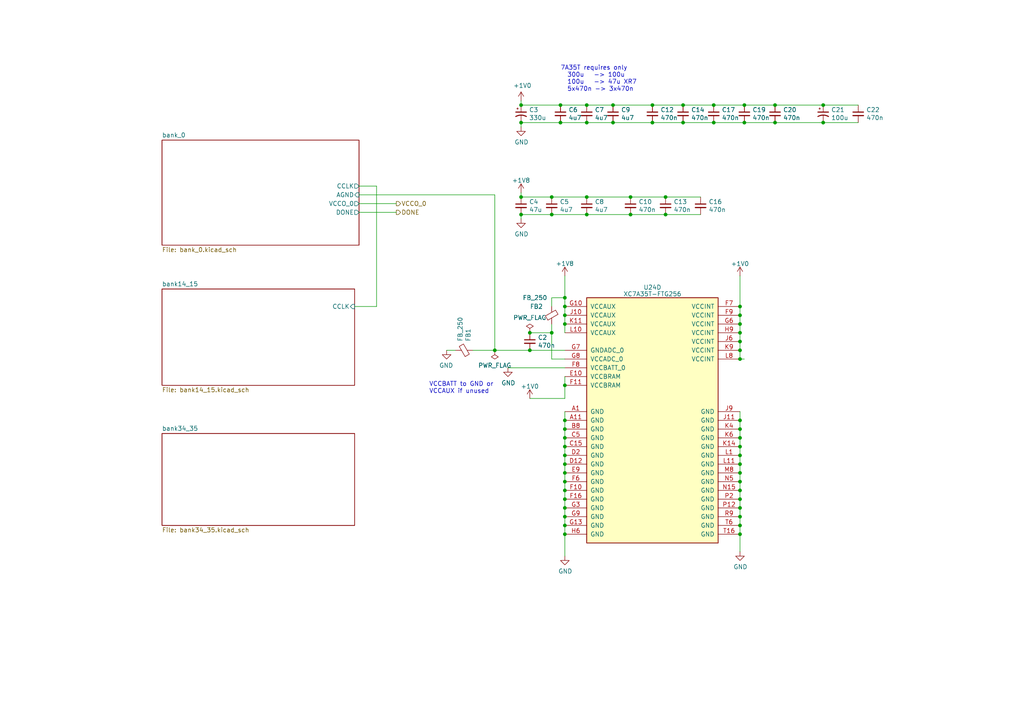
<source format=kicad_sch>
(kicad_sch (version 20230121) (generator eeschema)
  (paper "A4")
  (lib_symbols
    (symbol "Device:C_Polarized_Small_US" (pin_numbers hide) (pin_names (offset 0.254) hide)
      (property "Reference" "C" (at 0.254 1.778 0))
      (property "Value" "C_Polarized_Small_US" (at 0.254 -2.032 0))
      (symbol "C_Polarized_Small_US_0_1"
        (polyline (pts (xy -1.524 0.508) (xy 1.524 0.508)) (stroke (width 0.3048)))
        (polyline (pts (xy -1.27 1.524) (xy -0.762 1.524)))
        (polyline (pts (xy -1.016 1.27) (xy -1.016 1.778)))
        (arc (start 1.524 -0.762) (mid 0 -0.3734) (end -1.524 -0.762) (stroke (width 0.3048)))
      )
      (symbol "C_Polarized_Small_US_1_1"
        (pin passive line (at 0 2.54 270) (length 2.032) (name "~") (number "1"))
        (pin passive line (at 0 -2.54 90) (length 2.032) (name "~") (number "2"))
      )
    )
    (symbol "Device:C_Small" (pin_numbers hide) (pin_names (offset 0.254) hide)
      (property "Reference" "C" (at 0.254 1.778 0))
      (property "Value" "C_Small" (at 0.254 -2.032 0))
      (symbol "C_Small_0_1"
        (polyline (pts (xy -1.524 -0.508) (xy 1.524 -0.508)) (stroke (width 0.3302)))
        (polyline (pts (xy -1.524 0.508) (xy 1.524 0.508)) (stroke (width 0.3048)))
      )
      (symbol "C_Small_1_1"
        (pin passive line (at 0 2.54 270) (length 2.032) (name "~") (number "1"))
        (pin passive line (at 0 -2.54 90) (length 2.032) (name "~") (number "2"))
      )
    )
    (symbol "Device:FerriteBead_Small" (pin_numbers hide) (pin_names (offset 0))
      (property "Reference" "FB" (at 1.905 1.27 0))
      (property "Value" "FerriteBead_Small" (at 1.905 -1.27 0))
      (symbol "FerriteBead_Small_0_1"
        (polyline (pts (xy 0 -1.27) (xy 0 -0.7874)))
        (polyline (pts (xy 0 0.889) (xy 0 1.2954)))
        (polyline (pts (xy -1.8288 0.2794) (xy -1.1176 1.4986) (xy 1.8288 -0.2032) (xy 1.1176 -1.4224) (xy -1.8288 0.2794)))
      )
      (symbol "FerriteBead_Small_1_1"
        (pin passive line (at 0 2.54 270) (length 1.27) (name "~") (number "1"))
        (pin passive line (at 0 -2.54 90) (length 1.27) (name "~") (number "2"))
      )
    )
    (symbol "FPGA_Xilinx_Artix7:XC7A35T-FTG256" (pin_names (offset 1.016))
      (property "Reference" "U" (at 0 1.27 0))
      (property "Value" "XC7A35T-FTG256" (at 0 -1.27 0))
      (symbol "XC7A35T-FTG256_1_1"
        (rectangle (start -44.45 67.31) (end 44.45 -73.66) (stroke (width 0.254)) (fill (type background)))
        (pin bidirectional line (at 50.8 38.1 180) (length 6.35) (name "IO_L3N_T0_DQS_AD1N_15") (number "A10"))
        (pin bidirectional line (at 50.8 27.94 180) (length 6.35) (name "IO_L5N_T0_AD9N_15") (number "A12"))
        (pin bidirectional line (at 50.8 20.32 180) (length 6.35) (name "IO_L7P_T1_AD2P_15") (number "A13"))
        (pin bidirectional line (at 50.8 17.78 180) (length 6.35) (name "IO_L7N_T1_AD2N_15") (number "A14"))
        (pin bidirectional line (at 50.8 7.62 180) (length 6.35) (name "IO_L9N_T1_DQS_AD3N_15") (number "A15"))
        (pin power_in line (at 27.94 73.66 270) (length 6.35) (name "VCCO_15") (number "A16"))
        (pin bidirectional line (at 50.8 45.72 180) (length 6.35) (name "IO_L2P_T0_AD8P_15") (number "A8"))
        (pin bidirectional line (at 50.8 43.18 180) (length 6.35) (name "IO_L2N_T0_AD8N_15") (number "A9"))
        (pin bidirectional line (at 50.8 35.56 180) (length 6.35) (name "IO_L4P_T0_15") (number "B10"))
        (pin bidirectional line (at 50.8 33.02 180) (length 6.35) (name "IO_L4N_T0_15") (number "B11"))
        (pin bidirectional line (at 50.8 30.48 180) (length 6.35) (name "IO_L5P_T0_AD9P_15") (number "B12"))
        (pin power_in line (at 30.48 73.66 270) (length 6.35) (name "VCCO_15") (number "B13"))
        (pin bidirectional line (at 50.8 12.7 180) (length 6.35) (name "IO_L8N_T1_AD10N_15") (number "B14"))
        (pin bidirectional line (at 50.8 10.16 180) (length 6.35) (name "IO_L9P_T1_DQS_AD3P_15") (number "B15"))
        (pin bidirectional line (at 50.8 2.54 180) (length 6.35) (name "IO_L10N_T1_AD11N_15") (number "B16"))
        (pin bidirectional line (at 50.8 40.64 180) (length 6.35) (name "IO_L3P_T0_DQS_AD1P_15") (number "B9"))
        (pin power_in line (at 33.02 73.66 270) (length 6.35) (name "VCCO_15") (number "C10"))
        (pin bidirectional line (at 50.8 0 180) (length 6.35) (name "IO_L11P_T1_SRCC_15") (number "C11"))
        (pin bidirectional line (at 50.8 -2.54 180) (length 6.35) (name "IO_L11N_T1_SRCC_15") (number "C12"))
        (pin bidirectional line (at 50.8 -7.62 180) (length 6.35) (name "IO_L12N_T1_MRCC_15") (number "C13"))
        (pin bidirectional line (at 50.8 15.24 180) (length 6.35) (name "IO_L8P_T1_AD10P_15") (number "C14"))
        (pin bidirectional line (at 50.8 5.08 180) (length 6.35) (name "IO_L10P_T1_AD11P_15") (number "C16"))
        (pin bidirectional line (at 50.8 50.8 180) (length 6.35) (name "IO_L1P_T0_AD0P_15") (number "C8"))
        (pin bidirectional line (at 50.8 48.26 180) (length 6.35) (name "IO_L1N_T0_AD0N_15") (number "C9"))
        (pin bidirectional line (at 50.8 53.34 180) (length 6.35) (name "IO_0_15") (number "D10"))
        (pin bidirectional line (at 50.8 -17.78 180) (length 6.35) (name "IO_L14N_T2_SRCC_15") (number "D11"))
        (pin bidirectional line (at 50.8 -5.08 180) (length 6.35) (name "IO_L12P_T1_MRCC_15") (number "D13"))
        (pin bidirectional line (at 50.8 -20.32 180) (length 6.35) (name "IO_L15P_T2_DQS_15") (number "D14"))
        (pin bidirectional line (at 50.8 -22.86 180) (length 6.35) (name "IO_L15N_T2_DQS_ADV_B_15") (number "D15"))
        (pin bidirectional line (at 50.8 -33.02 180) (length 6.35) (name "IO_L17N_T2_A25_15") (number "D16"))
        (pin bidirectional line (at 50.8 25.4 180) (length 6.35) (name "IO_L6P_T0_15") (number "D8"))
        (pin bidirectional line (at 50.8 22.86 180) (length 6.35) (name "IO_L6N_T0_VREF_15") (number "D9"))
        (pin bidirectional line (at 50.8 -15.24 180) (length 6.35) (name "IO_L14P_T2_SRCC_15") (number "E11"))
        (pin bidirectional line (at 50.8 -10.16 180) (length 6.35) (name "IO_L13P_T2_MRCC_15") (number "E12"))
        (pin bidirectional line (at 50.8 -12.7 180) (length 6.35) (name "IO_L13N_T2_MRCC_15") (number "E13"))
        (pin power_in line (at 35.56 73.66 270) (length 6.35) (name "VCCO_15") (number "E14"))
        (pin bidirectional line (at 50.8 -38.1 180) (length 6.35) (name "IO_L18N_T2_A23_15") (number "E15"))
        (pin bidirectional line (at 50.8 -30.48 180) (length 6.35) (name "IO_L17P_T2_A26_15") (number "E16"))
        (pin bidirectional line (at 50.8 -25.4 180) (length 6.35) (name "IO_L16P_T2_A28_15") (number "F12"))
        (pin bidirectional line (at 50.8 -27.94 180) (length 6.35) (name "IO_L16N_T2_A27_15") (number "F13"))
        (pin bidirectional line (at 50.8 -53.34 180) (length 6.35) (name "IO_L21N_T3_DQS_A18_15") (number "F14"))
        (pin bidirectional line (at 50.8 -35.56 180) (length 6.35) (name "IO_L18P_T2_A24_15") (number "F15"))
        (pin bidirectional line (at 50.8 -71.12 180) (length 6.35) (name "IO_25_15") (number "G11"))
        (pin bidirectional line (at 50.8 -43.18 180) (length 6.35) (name "IO_L19N_T3_A21_VREF_15") (number "G12"))
        (pin bidirectional line (at 50.8 -50.8 180) (length 6.35) (name "IO_L21P_T3_DQS_15") (number "G14"))
        (pin bidirectional line (at 50.8 -68.58 180) (length 6.35) (name "IO_L24N_T3_RS0_15") (number "G15"))
        (pin bidirectional line (at 50.8 -58.42 180) (length 6.35) (name "IO_L22N_T3_A16_15") (number "G16"))
        (pin bidirectional line (at 50.8 -40.64 180) (length 6.35) (name "IO_L19P_T3_A22_15") (number "H11"))
        (pin bidirectional line (at 50.8 -45.72 180) (length 6.35) (name "IO_L20P_T3_A20_15") (number "H12"))
        (pin bidirectional line (at 50.8 -48.26 180) (length 6.35) (name "IO_L20N_T3_A19_15") (number "H13"))
        (pin bidirectional line (at 50.8 -66.04 180) (length 6.35) (name "IO_L24P_T3_RS1_15") (number "H14"))
        (pin power_in line (at 38.1 73.66 270) (length 6.35) (name "VCCO_15") (number "H15"))
        (pin bidirectional line (at 50.8 -55.88 180) (length 6.35) (name "IO_L22P_T3_A17_15") (number "H16"))
        (pin power_in line (at 40.64 73.66 270) (length 6.35) (name "VCCO_15") (number "J12"))
        (pin bidirectional line (at -50.8 50.8 0) (length 6.35) (name "IO_L1P_T0_D00_MOSI_14") (number "J13"))
        (pin bidirectional line (at -50.8 48.26 0) (length 6.35) (name "IO_L1N_T0_D01_DIN_14") (number "J14"))
        (pin bidirectional line (at 50.8 -60.96 180) (length 6.35) (name "IO_L23P_T3_FOE_B_15") (number "J15"))
        (pin bidirectional line (at 50.8 -63.5 180) (length 6.35) (name "IO_L23N_T3_FWE_B_15") (number "J16"))
        (pin bidirectional line (at -50.8 53.34 0) (length 6.35) (name "IO_0_14") (number "K12"))
        (pin bidirectional line (at -50.8 30.48 0) (length 6.35) (name "IO_L5P_T0_D06_14") (number "K13"))
        (pin bidirectional line (at -50.8 45.72 0) (length 6.35) (name "IO_L2P_T0_D02_14") (number "K15"))
        (pin bidirectional line (at -50.8 43.18 0) (length 6.35) (name "IO_L2N_T0_D03_14") (number "K16"))
        (pin bidirectional line (at -50.8 25.4 0) (length 6.35) (name "IO_L6P_T0_FCS_B_14") (number "L12"))
        (pin bidirectional line (at -50.8 27.94 0) (length 6.35) (name "IO_L5N_T0_D07_14") (number "L13"))
        (pin bidirectional line (at -50.8 35.56 0) (length 6.35) (name "IO_L4P_T0_D04_14") (number "L14"))
        (pin bidirectional line (at -50.8 40.64 0) (length 6.35) (name "IO_L3P_T0_DQS_PUDC_B_14") (number "L15"))
        (pin power_in line (at -40.64 73.66 270) (length 6.35) (name "VCCO_14") (number "L16"))
        (pin bidirectional line (at -50.8 22.86 0) (length 6.35) (name "IO_L6N_T0_D08_VREF_14") (number "M12"))
        (pin power_in line (at -38.1 73.66 270) (length 6.35) (name "VCCO_14") (number "M13"))
        (pin bidirectional line (at -50.8 33.02 0) (length 6.35) (name "IO_L4N_T0_D05_14") (number "M14"))
        (pin bidirectional line (at -50.8 38.1 0) (length 6.35) (name "IO_L3N_T0_DQS_EMCCLK_14") (number "M15"))
        (pin bidirectional line (at -50.8 20.32 0) (length 6.35) (name "IO_L7P_T1_D09_14") (number "M16"))
        (pin bidirectional line (at -50.8 -40.64 0) (length 6.35) (name "IO_L19P_T3_A10_D26_14") (number "M6"))
        (pin power_in line (at -35.56 73.66 270) (length 6.35) (name "VCCO_14") (number "N10"))
        (pin bidirectional line (at -50.8 -10.16 0) (length 6.35) (name "IO_L13P_T2_MRCC_14") (number "N11"))
        (pin bidirectional line (at -50.8 -12.7 0) (length 6.35) (name "IO_L13N_T2_MRCC_14") (number "N12"))
        (pin bidirectional line (at -50.8 0 0) (length 6.35) (name "IO_L11P_T1_SRCC_14") (number "N13"))
        (pin bidirectional line (at -50.8 -5.08 0) (length 6.35) (name "IO_L12P_T1_MRCC_14") (number "N14"))
        (pin bidirectional line (at -50.8 17.78 0) (length 6.35) (name "IO_L7N_T1_D10_14") (number "N16"))
        (pin bidirectional line (at -50.8 -43.18 0) (length 6.35) (name "IO_L19N_T3_A09_D25_VREF_14") (number "N6"))
        (pin bidirectional line (at -50.8 -35.56 0) (length 6.35) (name "IO_L18P_T2_A12_D28_14") (number "N9"))
        (pin bidirectional line (at -50.8 -15.24 0) (length 6.35) (name "IO_L14P_T2_SRCC_14") (number "P10"))
        (pin bidirectional line (at -50.8 -17.78 0) (length 6.35) (name "IO_L14N_T2_SRCC_14") (number "P11"))
        (pin bidirectional line (at -50.8 -2.54 0) (length 6.35) (name "IO_L11N_T1_SRCC_14") (number "P13"))
        (pin bidirectional line (at -50.8 -7.62 0) (length 6.35) (name "IO_L12N_T1_MRCC_14") (number "P14"))
        (pin bidirectional line (at -50.8 15.24 0) (length 6.35) (name "IO_L8P_T1_D11_14") (number "P15"))
        (pin bidirectional line (at -50.8 12.7 0) (length 6.35) (name "IO_L8N_T1_D12_14") (number "P16"))
        (pin bidirectional line (at -50.8 -71.12 0) (length 6.35) (name "IO_25_14") (number "P6"))
        (pin power_in line (at -33.02 73.66 270) (length 6.35) (name "VCCO_14") (number "P7"))
        (pin bidirectional line (at -50.8 -45.72 0) (length 6.35) (name "IO_L20P_T3_A08_D24_14") (number "P8"))
        (pin bidirectional line (at -50.8 -38.1 0) (length 6.35) (name "IO_L18N_T2_A11_D27_14") (number "P9"))
        (pin bidirectional line (at -50.8 -30.48 0) (length 6.35) (name "IO_L17P_T2_A14_D30_14") (number "R10"))
        (pin bidirectional line (at -50.8 -33.02 0) (length 6.35) (name "IO_L17N_T2_A13_D29_14") (number "R11"))
        (pin bidirectional line (at -50.8 -20.32 0) (length 6.35) (name "IO_L15P_T2_DQS_RDWR_B_14") (number "R12"))
        (pin bidirectional line (at -50.8 -25.4 0) (length 6.35) (name "IO_L16P_T2_CSI_B_14") (number "R13"))
        (pin power_in line (at -30.48 73.66 270) (length 6.35) (name "VCCO_14") (number "R14"))
        (pin bidirectional line (at -50.8 10.16 0) (length 6.35) (name "IO_L9P_T1_DQS_14") (number "R15"))
        (pin bidirectional line (at -50.8 7.62 0) (length 6.35) (name "IO_L9N_T1_DQS_D13_14") (number "R16"))
        (pin bidirectional line (at -50.8 -60.96 0) (length 6.35) (name "IO_L23P_T3_A03_D19_14") (number "R5"))
        (pin bidirectional line (at -50.8 -66.04 0) (length 6.35) (name "IO_L24P_T3_A01_D17_14") (number "R6"))
        (pin bidirectional line (at -50.8 -68.58 0) (length 6.35) (name "IO_L24N_T3_A00_D16_14") (number "R7"))
        (pin bidirectional line (at -50.8 -48.26 0) (length 6.35) (name "IO_L20N_T3_A07_D23_14") (number "R8"))
        (pin bidirectional line (at -50.8 -58.42 0) (length 6.35) (name "IO_L22N_T3_A04_D20_14") (number "T10"))
        (pin power_in line (at -27.94 73.66 270) (length 6.35) (name "VCCO_14") (number "T11"))
        (pin bidirectional line (at -50.8 -22.86 0) (length 6.35) (name "IO_L15N_T2_DQS_DOUT_CSO_B_14") (number "T12"))
        (pin bidirectional line (at -50.8 -27.94 0) (length 6.35) (name "IO_L16N_T2_A15_D31_14") (number "T13"))
        (pin bidirectional line (at -50.8 5.08 0) (length 6.35) (name "IO_L10P_T1_D14_14") (number "T14"))
        (pin bidirectional line (at -50.8 2.54 0) (length 6.35) (name "IO_L10N_T1_D15_14") (number "T15"))
        (pin bidirectional line (at -50.8 -63.5 0) (length 6.35) (name "IO_L23N_T3_A02_D18_14") (number "T5"))
        (pin bidirectional line (at -50.8 -50.8 0) (length 6.35) (name "IO_L21P_T3_DQS_14") (number "T7"))
        (pin bidirectional line (at -50.8 -53.34 0) (length 6.35) (name "IO_L21N_T3_DQS_A06_D22_14") (number "T8"))
        (pin bidirectional line (at -50.8 -55.88 0) (length 6.35) (name "IO_L22P_T3_A05_D21_14") (number "T9"))
      )
      (symbol "XC7A35T-FTG256_2_1"
        (rectangle (start -44.45 67.31) (end 44.45 -73.66) (stroke (width 0.254)) (fill (type background)))
        (pin bidirectional line (at 50.8 12.7 180) (length 6.35) (name "IO_L8N_T1_AD14N_35") (number "A2"))
        (pin bidirectional line (at 50.8 33.02 180) (length 6.35) (name "IO_L4N_T0_35") (number "A3"))
        (pin bidirectional line (at 50.8 38.1 180) (length 6.35) (name "IO_L3N_T0_DQS_AD5N_35") (number "A4"))
        (pin bidirectional line (at 50.8 40.64 180) (length 6.35) (name "IO_L3P_T0_DQS_AD5P_35") (number "A5"))
        (pin power_in line (at 27.94 73.66 270) (length 6.35) (name "VCCO_35") (number "A6"))
        (pin bidirectional line (at 50.8 48.26 180) (length 6.35) (name "IO_L1N_T0_AD4N_35") (number "A7"))
        (pin bidirectional line (at 50.8 7.62 180) (length 6.35) (name "IO_L9N_T1_DQS_AD7N_35") (number "B1"))
        (pin bidirectional line (at 50.8 15.24 180) (length 6.35) (name "IO_L8P_T1_AD14P_35") (number "B2"))
        (pin power_in line (at 30.48 73.66 270) (length 6.35) (name "VCCO_35") (number "B3"))
        (pin bidirectional line (at 50.8 35.56 180) (length 6.35) (name "IO_L4P_T0_35") (number "B4"))
        (pin bidirectional line (at 50.8 43.18 180) (length 6.35) (name "IO_L2N_T0_AD12N_35") (number "B5"))
        (pin bidirectional line (at 50.8 45.72 180) (length 6.35) (name "IO_L2P_T0_AD12P_35") (number "B6"))
        (pin bidirectional line (at 50.8 50.8 180) (length 6.35) (name "IO_L1P_T0_AD4P_35") (number "B7"))
        (pin bidirectional line (at 50.8 10.16 180) (length 6.35) (name "IO_L9P_T1_DQS_AD7P_35") (number "C1"))
        (pin bidirectional line (at 50.8 17.78 180) (length 6.35) (name "IO_L7N_T1_AD6N_35") (number "C2"))
        (pin bidirectional line (at 50.8 20.32 180) (length 6.35) (name "IO_L7P_T1_AD6P_35") (number "C3"))
        (pin bidirectional line (at 50.8 -7.62 180) (length 6.35) (name "IO_L12N_T1_MRCC_35") (number "C4"))
        (pin bidirectional line (at 50.8 27.94 180) (length 6.35) (name "IO_L5N_T0_AD13N_35") (number "C6"))
        (pin bidirectional line (at 50.8 30.48 180) (length 6.35) (name "IO_L5P_T0_AD13P_35") (number "C7"))
        (pin bidirectional line (at 50.8 2.54 180) (length 6.35) (name "IO_L10N_T1_AD15N_35") (number "D1"))
        (pin bidirectional line (at 50.8 -2.54 180) (length 6.35) (name "IO_L11N_T1_SRCC_35") (number "D3"))
        (pin bidirectional line (at 50.8 -5.08 180) (length 6.35) (name "IO_L12P_T1_MRCC_35") (number "D4"))
        (pin bidirectional line (at 50.8 22.86 180) (length 6.35) (name "IO_L6N_T0_VREF_35") (number "D5"))
        (pin bidirectional line (at 50.8 25.4 180) (length 6.35) (name "IO_L6P_T0_35") (number "D6"))
        (pin power_in line (at 33.02 73.66 270) (length 6.35) (name "VCCO_35") (number "D7"))
        (pin bidirectional line (at 50.8 -22.86 180) (length 6.35) (name "IO_L15N_T2_DQS_35") (number "E1"))
        (pin bidirectional line (at 50.8 5.08 180) (length 6.35) (name "IO_L10P_T1_AD15P_35") (number "E2"))
        (pin bidirectional line (at 50.8 0 180) (length 6.35) (name "IO_L11P_T1_SRCC_35") (number "E3"))
        (pin power_in line (at 35.56 73.66 270) (length 6.35) (name "VCCO_35") (number "E4"))
        (pin bidirectional line (at 50.8 -12.7 180) (length 6.35) (name "IO_L13N_T2_MRCC_35") (number "E5"))
        (pin bidirectional line (at 50.8 53.34 180) (length 6.35) (name "IO_0_35") (number "E6"))
        (pin power_in line (at 38.1 73.66 270) (length 6.35) (name "VCCO_35") (number "F1"))
        (pin bidirectional line (at 50.8 -20.32 180) (length 6.35) (name "IO_L15P_T2_DQS_35") (number "F2"))
        (pin bidirectional line (at 50.8 -17.78 180) (length 6.35) (name "IO_L14N_T2_SRCC_35") (number "F3"))
        (pin bidirectional line (at 50.8 -15.24 180) (length 6.35) (name "IO_L14P_T2_SRCC_35") (number "F4"))
        (pin bidirectional line (at 50.8 -10.16 180) (length 6.35) (name "IO_L13P_T2_MRCC_35") (number "F5"))
        (pin bidirectional line (at 50.8 -33.02 180) (length 6.35) (name "IO_L17N_T2_35") (number "G1"))
        (pin bidirectional line (at 50.8 -30.48 180) (length 6.35) (name "IO_L17P_T2_35") (number "G2"))
        (pin bidirectional line (at 50.8 -27.94 180) (length 6.35) (name "IO_L16N_T2_35") (number "G4"))
        (pin bidirectional line (at 50.8 -25.4 180) (length 6.35) (name "IO_L16P_T2_35") (number "G5"))
        (pin bidirectional line (at 50.8 -48.26 180) (length 6.35) (name "IO_L20N_T3_35") (number "H1"))
        (pin bidirectional line (at 50.8 -45.72 180) (length 6.35) (name "IO_L20P_T3_35") (number "H2"))
        (pin bidirectional line (at 50.8 -53.34 180) (length 6.35) (name "IO_L21N_T3_DQS_35") (number "H3"))
        (pin bidirectional line (at 50.8 -38.1 180) (length 6.35) (name "IO_L18N_T2_35") (number "H4"))
        (pin bidirectional line (at 50.8 -35.56 180) (length 6.35) (name "IO_L18P_T2_35") (number "H5"))
        (pin bidirectional line (at 50.8 -58.42 180) (length 6.35) (name "IO_L22N_T3_35") (number "J1"))
        (pin power_in line (at 40.64 73.66 270) (length 6.35) (name "VCCO_35") (number "J2"))
        (pin bidirectional line (at 50.8 -50.8 180) (length 6.35) (name "IO_L21P_T3_DQS_35") (number "J3"))
        (pin bidirectional line (at 50.8 -43.18 180) (length 6.35) (name "IO_L19N_T3_VREF_35") (number "J4"))
        (pin bidirectional line (at 50.8 -40.64 180) (length 6.35) (name "IO_L19P_T3_35") (number "J5"))
        (pin bidirectional line (at 50.8 -55.88 180) (length 6.35) (name "IO_L22P_T3_35") (number "K1"))
        (pin bidirectional line (at 50.8 -68.58 180) (length 6.35) (name "IO_L24N_T3_35") (number "K2"))
        (pin bidirectional line (at 50.8 -66.04 180) (length 6.35) (name "IO_L24P_T3_35") (number "K3"))
        (pin bidirectional line (at 50.8 -71.12 180) (length 6.35) (name "IO_25_35") (number "K5"))
        (pin bidirectional line (at 50.8 -63.5 180) (length 6.35) (name "IO_L23N_T3_35") (number "L2"))
        (pin bidirectional line (at 50.8 -60.96 180) (length 6.35) (name "IO_L23P_T3_35") (number "L3"))
        (pin bidirectional line (at -50.8 50.8 0) (length 6.35) (name "IO_L1P_T0_34") (number "L4"))
        (pin bidirectional line (at -50.8 53.34 0) (length 6.35) (name "IO_0_34") (number "L5"))
        (pin bidirectional line (at -50.8 43.18 0) (length 6.35) (name "IO_L2N_T0_34") (number "M1"))
        (pin bidirectional line (at -50.8 45.72 0) (length 6.35) (name "IO_L2P_T0_34") (number "M2"))
        (pin power_in line (at -40.64 73.66 270) (length 6.35) (name "VCCO_34") (number "M3"))
        (pin bidirectional line (at -50.8 48.26 0) (length 6.35) (name "IO_L1N_T0_34") (number "M4"))
        (pin bidirectional line (at -50.8 25.4 0) (length 6.35) (name "IO_L6P_T0_34") (number "M5"))
        (pin bidirectional line (at -50.8 35.56 0) (length 6.35) (name "IO_L4P_T0_34") (number "N1"))
        (pin bidirectional line (at -50.8 38.1 0) (length 6.35) (name "IO_L3N_T0_DQS_34") (number "N2"))
        (pin bidirectional line (at -50.8 40.64 0) (length 6.35) (name "IO_L3P_T0_DQS_34") (number "N3"))
        (pin bidirectional line (at -50.8 22.86 0) (length 6.35) (name "IO_L6N_T0_VREF_34") (number "N4"))
        (pin bidirectional line (at -50.8 33.02 0) (length 6.35) (name "IO_L4N_T0_34") (number "P1"))
        (pin bidirectional line (at -50.8 27.94 0) (length 6.35) (name "IO_L5N_T0_34") (number "P3"))
        (pin bidirectional line (at -50.8 30.48 0) (length 6.35) (name "IO_L5P_T0_34") (number "P4"))
        (pin bidirectional line (at -50.8 5.08 0) (length 6.35) (name "IO_L10P_T1_34") (number "P5"))
        (pin bidirectional line (at -50.8 17.78 0) (length 6.35) (name "IO_L7N_T1_34") (number "R1"))
        (pin bidirectional line (at -50.8 20.32 0) (length 6.35) (name "IO_L7P_T1_34") (number "R2"))
        (pin bidirectional line (at -50.8 15.24 0) (length 6.35) (name "IO_L8P_T1_34") (number "R3"))
        (pin power_in line (at -38.1 73.66 270) (length 6.35) (name "VCCO_34") (number "R4"))
        (pin power_in line (at -35.56 73.66 270) (length 6.35) (name "VCCO_34") (number "T1"))
        (pin bidirectional line (at -50.8 12.7 0) (length 6.35) (name "IO_L8N_T1_34") (number "T2"))
        (pin bidirectional line (at -50.8 7.62 0) (length 6.35) (name "IO_L9N_T1_DQS_34") (number "T3"))
        (pin bidirectional line (at -50.8 10.16 0) (length 6.35) (name "IO_L9P_T1_DQS_34") (number "T4"))
      )
      (symbol "XC7A35T-FTG256_3_1"
        (rectangle (start -31.75 34.29) (end 31.75 -40.64) (stroke (width 0.254)) (fill (type background)))
        (pin bidirectional line (at 38.1 -15.24 180) (length 6.35) (name "CFGBVS_0") (number "E7"))
        (pin bidirectional line (at 38.1 7.62 180) (length 6.35) (name "CCLK_0") (number "E8"))
        (pin bidirectional line (at 38.1 -5.08 180) (length 6.35) (name "DONE_0") (number "H10"))
        (pin bidirectional line (at 38.1 -30.48 180) (length 6.35) (name "VREFN_0") (number "H7"))
        (pin bidirectional line (at 38.1 -20.32 180) (length 6.35) (name "VP_0") (number "H8"))
        (pin bidirectional line (at 38.1 -22.86 180) (length 6.35) (name "VN_0") (number "J7"))
        (pin bidirectional line (at 38.1 -27.94 180) (length 6.35) (name "VREFP_0") (number "J8"))
        (pin bidirectional line (at 38.1 -7.62 180) (length 6.35) (name "INIT_B_0") (number "K10"))
        (pin bidirectional line (at 38.1 -38.1 180) (length 6.35) (name "DXN_0") (number "K7"))
        (pin bidirectional line (at 38.1 -35.56 180) (length 6.35) (name "DXP_0") (number "K8"))
        (pin power_in line (at 27.94 40.64 270) (length 6.35) (name "VCCO_0") (number "L6"))
        (pin bidirectional line (at 38.1 12.7 180) (length 6.35) (name "TCK_0") (number "L7"))
        (pin bidirectional line (at 38.1 -10.16 180) (length 6.35) (name "PROGRAM_B_0") (number "L9"))
        (pin bidirectional line (at 38.1 2.54 180) (length 6.35) (name "M1_0") (number "M10"))
        (pin bidirectional line (at 38.1 0 180) (length 6.35) (name "M2_0") (number "M11"))
        (pin bidirectional line (at 38.1 15.24 180) (length 6.35) (name "TMS_0") (number "M7"))
        (pin bidirectional line (at 38.1 5.08 180) (length 6.35) (name "M0_0") (number "M9"))
        (pin bidirectional line (at 38.1 20.32 180) (length 6.35) (name "TDI_0") (number "N7"))
        (pin bidirectional line (at 38.1 17.78 180) (length 6.35) (name "TDO_0") (number "N8"))
      )
      (symbol "XC7A35T-FTG256_4_1"
        (rectangle (start -19.05 35.56) (end 19.05 -35.56) (stroke (width 0.254)) (fill (type background)))
        (pin power_in line (at -25.4 2.54 0) (length 6.35) (name "GND") (number "A1"))
        (pin power_in line (at -25.4 0 0) (length 6.35) (name "GND") (number "A11"))
        (pin power_in line (at -25.4 -2.54 0) (length 6.35) (name "GND") (number "B8"))
        (pin power_in line (at -25.4 -7.62 0) (length 6.35) (name "GND") (number "C15"))
        (pin power_in line (at -25.4 -5.08 0) (length 6.35) (name "GND") (number "C5"))
        (pin power_in line (at -25.4 -12.7 0) (length 6.35) (name "GND") (number "D12"))
        (pin power_in line (at -25.4 -10.16 0) (length 6.35) (name "GND") (number "D2"))
        (pin power_in line (at -25.4 12.7 0) (length 6.35) (name "VCCBRAM") (number "E10"))
        (pin power_in line (at -25.4 -15.24 0) (length 6.35) (name "GND") (number "E9"))
        (pin power_in line (at -25.4 -20.32 0) (length 6.35) (name "GND") (number "F10"))
        (pin power_in line (at -25.4 10.16 0) (length 6.35) (name "VCCBRAM") (number "F11"))
        (pin power_in line (at -25.4 -22.86 0) (length 6.35) (name "GND") (number "F16"))
        (pin power_in line (at -25.4 -17.78 0) (length 6.35) (name "GND") (number "F6"))
        (pin power_in line (at 25.4 33.02 180) (length 6.35) (name "VCCINT") (number "F7"))
        (pin power_in line (at -25.4 15.24 0) (length 6.35) (name "VCCBATT_0") (number "F8"))
        (pin power_in line (at 25.4 30.48 180) (length 6.35) (name "VCCINT") (number "F9"))
        (pin power_in line (at -25.4 33.02 0) (length 6.35) (name "VCCAUX") (number "G10"))
        (pin power_in line (at -25.4 -30.48 0) (length 6.35) (name "GND") (number "G13"))
        (pin power_in line (at -25.4 -25.4 0) (length 6.35) (name "GND") (number "G3"))
        (pin power_in line (at 25.4 27.94 180) (length 6.35) (name "VCCINT") (number "G6"))
        (pin power_in line (at -25.4 20.32 0) (length 6.35) (name "GNDADC_0") (number "G7"))
        (pin power_in line (at -25.4 17.78 0) (length 6.35) (name "VCCADC_0") (number "G8"))
        (pin power_in line (at -25.4 -27.94 0) (length 6.35) (name "GND") (number "G9"))
        (pin power_in line (at -25.4 -33.02 0) (length 6.35) (name "GND") (number "H6"))
        (pin power_in line (at 25.4 25.4 180) (length 6.35) (name "VCCINT") (number "H9"))
        (pin power_in line (at -25.4 30.48 0) (length 6.35) (name "VCCAUX") (number "J10"))
        (pin power_in line (at 25.4 0 180) (length 6.35) (name "GND") (number "J11"))
        (pin power_in line (at 25.4 22.86 180) (length 6.35) (name "VCCINT") (number "J6"))
        (pin power_in line (at 25.4 2.54 180) (length 6.35) (name "GND") (number "J9"))
        (pin power_in line (at -25.4 27.94 0) (length 6.35) (name "VCCAUX") (number "K11"))
        (pin power_in line (at 25.4 -7.62 180) (length 6.35) (name "GND") (number "K14"))
        (pin power_in line (at 25.4 -2.54 180) (length 6.35) (name "GND") (number "K4"))
        (pin power_in line (at 25.4 -5.08 180) (length 6.35) (name "GND") (number "K6"))
        (pin power_in line (at 25.4 20.32 180) (length 6.35) (name "VCCINT") (number "K9"))
        (pin power_in line (at 25.4 -10.16 180) (length 6.35) (name "GND") (number "L1"))
        (pin power_in line (at -25.4 25.4 0) (length 6.35) (name "VCCAUX") (number "L10"))
        (pin power_in line (at 25.4 -12.7 180) (length 6.35) (name "GND") (number "L11"))
        (pin power_in line (at 25.4 17.78 180) (length 6.35) (name "VCCINT") (number "L8"))
        (pin power_in line (at 25.4 -15.24 180) (length 6.35) (name "GND") (number "M8"))
        (pin power_in line (at 25.4 -20.32 180) (length 6.35) (name "GND") (number "N15"))
        (pin power_in line (at 25.4 -17.78 180) (length 6.35) (name "GND") (number "N5"))
        (pin power_in line (at 25.4 -25.4 180) (length 6.35) (name "GND") (number "P12"))
        (pin power_in line (at 25.4 -22.86 180) (length 6.35) (name "GND") (number "P2"))
        (pin power_in line (at 25.4 -27.94 180) (length 6.35) (name "GND") (number "R9"))
        (pin power_in line (at 25.4 -33.02 180) (length 6.35) (name "GND") (number "T16"))
        (pin power_in line (at 25.4 -30.48 180) (length 6.35) (name "GND") (number "T6"))
      )
    )
    (symbol "power:+1V0" (power) (pin_names (offset 0))
      (property "Value" "+1V0" (at 0 3.556 0))
      (symbol "+1V0_0_1"
        (polyline (pts (xy -0.762 1.27) (xy 0 2.54)))
        (polyline (pts (xy 0 0) (xy 0 2.54)))
        (polyline (pts (xy 0 2.54) (xy 0.762 1.27)))
      )
      (symbol "+1V0_1_1"
        (pin power_in line (at 0 0 90) (length 0) hide (name "+1V0") (number "1"))
      )
    )
    (symbol "power:+1V8" (power) (pin_names (offset 0))
      (property "Value" "+1V8" (at 0 3.556 0))
      (symbol "+1V8_0_1"
        (polyline (pts (xy -0.762 1.27) (xy 0 2.54)))
        (polyline (pts (xy 0 0) (xy 0 2.54)))
        (polyline (pts (xy 0 2.54) (xy 0.762 1.27)))
      )
      (symbol "+1V8_1_1"
        (pin power_in line (at 0 0 90) (length 0) hide (name "+1V8") (number "1"))
      )
    )
    (symbol "power:GND" (power) (pin_names (offset 0))
      (property "Value" "GND" (at 0 -3.81 0))
      (symbol "GND_0_1"
        (polyline (pts (xy 0 0) (xy 0 -1.27) (xy 1.27 -1.27) (xy 0 -2.54) (xy -1.27 -1.27) (xy 0 -1.27)))
      )
      (symbol "GND_1_1"
        (pin power_in line (at 0 0 270) (length 0) hide (name "GND") (number "1"))
      )
    )
    (symbol "power:PWR_FLAG" (power) (pin_numbers hide) (pin_names (offset 0) hide)
      (property "Value" "PWR_FLAG" (at 0 3.81 0))
      (symbol "PWR_FLAG_0_0"
        (pin power_out line (at 0 0 90) (length 0) (name "pwr") (number "1"))
      )
      (symbol "PWR_FLAG_0_1"
        (polyline (pts (xy 0 0) (xy 0 1.27) (xy -1.016 1.905) (xy 0 2.54) (xy 1.016 1.905) (xy 0 1.27)))
      )
    )
  )
  (junction (at 238.76 30.48))
  (junction (at 214.63 139.7))
  (junction (at 151.13 57.15))
  (junction (at 170.18 57.15))
  (junction (at 163.83 129.54))
  (junction (at 163.83 93.98))
  (junction (at 177.8 35.56))
  (junction (at 214.63 91.44))
  (junction (at 224.79 30.48))
  (junction (at 214.63 149.86))
  (junction (at 163.83 127))
  (junction (at 151.13 62.23))
  (junction (at 214.63 129.54))
  (junction (at 214.63 144.78))
  (junction (at 170.18 35.56))
  (junction (at 193.04 57.15))
  (junction (at 214.63 121.92))
  (junction (at 143.51 101.6))
  (junction (at 163.83 139.7))
  (junction (at 214.63 152.4))
  (junction (at 163.83 137.16))
  (junction (at 189.23 35.56))
  (junction (at 163.83 154.94))
  (junction (at 207.01 30.48))
  (junction (at 151.13 35.56))
  (junction (at 214.63 127))
  (junction (at 162.56 30.48))
  (junction (at 163.83 111.76))
  (junction (at 214.63 93.98))
  (junction (at 163.83 142.24))
  (junction (at 238.76 35.56))
  (junction (at 193.04 62.23))
  (junction (at 214.63 88.9))
  (junction (at 214.63 124.46))
  (junction (at 160.02 57.15))
  (junction (at 153.67 96.52))
  (junction (at 224.79 35.56))
  (junction (at 215.9 30.48))
  (junction (at 214.63 134.62))
  (junction (at 163.83 91.44))
  (junction (at 153.67 101.6))
  (junction (at 214.63 132.08))
  (junction (at 207.01 35.56))
  (junction (at 215.9 35.56))
  (junction (at 214.63 104.14))
  (junction (at 214.63 99.06))
  (junction (at 163.83 124.46))
  (junction (at 163.83 134.62))
  (junction (at 198.12 35.56))
  (junction (at 162.56 35.56))
  (junction (at 214.63 101.6))
  (junction (at 151.13 30.48))
  (junction (at 170.18 62.23))
  (junction (at 182.88 62.23))
  (junction (at 177.8 30.48))
  (junction (at 163.83 88.9))
  (junction (at 163.83 152.4))
  (junction (at 214.63 96.52))
  (junction (at 163.83 149.86))
  (junction (at 198.12 30.48))
  (junction (at 214.63 154.94))
  (junction (at 189.23 30.48))
  (junction (at 214.63 147.32))
  (junction (at 214.63 137.16))
  (junction (at 163.83 86.36))
  (junction (at 163.83 144.78))
  (junction (at 163.83 132.08))
  (junction (at 163.83 147.32))
  (junction (at 160.02 62.23))
  (junction (at 163.83 121.92))
  (junction (at 170.18 30.48))
  (junction (at 160.02 96.52))
  (junction (at 182.88 57.15))
  (junction (at 214.63 142.24))
  (wire (pts (xy 163.83 91.44) (xy 163.83 93.98)))
  (wire (pts (xy 198.12 30.48) (xy 207.01 30.48)))
  (wire (pts (xy 162.56 35.56) (xy 151.13 35.56)))
  (wire (pts (xy 160.02 93.98) (xy 160.02 96.52)))
  (wire (pts (xy 163.83 80.01) (xy 163.83 86.36)))
  (wire (pts (xy 163.83 134.62) (xy 163.83 137.16)))
  (wire (pts (xy 109.22 53.975) (xy 109.22 88.9)))
  (wire (pts (xy 143.51 56.515) (xy 143.51 101.6)))
  (wire (pts (xy 214.63 91.44) (xy 214.63 93.98)))
  (wire (pts (xy 163.83 86.36) (xy 163.83 88.9)))
  (wire (pts (xy 193.04 62.23) (xy 203.2 62.23)))
  (wire (pts (xy 163.83 129.54) (xy 163.83 132.08)))
  (wire (pts (xy 104.14 53.975) (xy 109.22 53.975)))
  (wire (pts (xy 160.02 86.36) (xy 163.83 86.36)))
  (wire (pts (xy 214.63 149.86) (xy 214.63 152.4)))
  (wire (pts (xy 182.88 62.23) (xy 193.04 62.23)))
  (wire (pts (xy 214.63 134.62) (xy 214.63 137.16)))
  (wire (pts (xy 189.23 30.48) (xy 198.12 30.48)))
  (wire (pts (xy 214.63 152.4) (xy 214.63 154.94)))
  (wire (pts (xy 104.14 61.595) (xy 114.935 61.595)))
  (wire (pts (xy 214.63 124.46) (xy 214.63 127)))
  (wire (pts (xy 163.83 121.92) (xy 163.83 124.46)))
  (wire (pts (xy 163.83 142.24) (xy 163.83 144.78)))
  (wire (pts (xy 198.12 35.56) (xy 207.01 35.56)))
  (wire (pts (xy 193.04 57.15) (xy 203.2 57.15)))
  (wire (pts (xy 189.23 35.56) (xy 198.12 35.56)))
  (wire (pts (xy 160.02 62.23) (xy 151.13 62.23)))
  (wire (pts (xy 214.63 147.32) (xy 214.63 149.86)))
  (wire (pts (xy 163.83 132.08) (xy 163.83 134.62)))
  (wire (pts (xy 170.18 30.48) (xy 162.56 30.48)))
  (wire (pts (xy 214.63 93.98) (xy 214.63 96.52)))
  (wire (pts (xy 160.02 96.52) (xy 160.02 104.14)))
  (wire (pts (xy 163.83 137.16) (xy 163.83 139.7)))
  (wire (pts (xy 153.67 101.6) (xy 163.83 101.6)))
  (wire (pts (xy 170.18 62.23) (xy 182.88 62.23)))
  (wire (pts (xy 151.13 35.56) (xy 151.13 36.83)))
  (wire (pts (xy 129.54 101.6) (xy 132.08 101.6)))
  (wire (pts (xy 163.83 111.76) (xy 163.83 109.22)))
  (wire (pts (xy 207.01 35.56) (xy 215.9 35.56)))
  (wire (pts (xy 151.13 55.88) (xy 151.13 57.15)))
  (wire (pts (xy 214.63 132.08) (xy 214.63 134.62)))
  (wire (pts (xy 248.92 35.56) (xy 238.76 35.56)))
  (wire (pts (xy 163.83 147.32) (xy 163.83 149.86)))
  (wire (pts (xy 143.51 101.6) (xy 153.67 101.6)))
  (wire (pts (xy 137.16 101.6) (xy 143.51 101.6)))
  (wire (pts (xy 189.23 30.48) (xy 177.8 30.48)))
  (wire (pts (xy 163.83 124.46) (xy 163.83 127)))
  (wire (pts (xy 182.88 57.15) (xy 193.04 57.15)))
  (wire (pts (xy 177.8 35.56) (xy 170.18 35.56)))
  (wire (pts (xy 207.01 30.48) (xy 215.9 30.48)))
  (wire (pts (xy 163.83 149.86) (xy 163.83 152.4)))
  (wire (pts (xy 214.63 129.54) (xy 214.63 132.08)))
  (wire (pts (xy 163.83 115.57) (xy 163.83 111.76)))
  (wire (pts (xy 214.63 104.14) (xy 215.9 104.14)))
  (wire (pts (xy 214.63 119.38) (xy 214.63 121.92)))
  (wire (pts (xy 163.83 139.7) (xy 163.83 142.24)))
  (wire (pts (xy 214.63 127) (xy 214.63 129.54)))
  (wire (pts (xy 170.18 57.15) (xy 160.02 57.15)))
  (wire (pts (xy 163.83 152.4) (xy 163.83 154.94)))
  (wire (pts (xy 163.83 144.78) (xy 163.83 147.32)))
  (wire (pts (xy 163.83 119.38) (xy 163.83 121.92)))
  (wire (pts (xy 214.63 80.01) (xy 214.63 88.9)))
  (wire (pts (xy 224.79 35.56) (xy 238.76 35.56)))
  (wire (pts (xy 214.63 101.6) (xy 214.63 104.14)))
  (wire (pts (xy 143.51 56.515) (xy 104.14 56.515)))
  (wire (pts (xy 153.67 96.52) (xy 160.02 96.52)))
  (wire (pts (xy 160.02 88.9) (xy 160.02 86.36)))
  (wire (pts (xy 214.63 88.9) (xy 214.63 91.44)))
  (wire (pts (xy 163.83 93.98) (xy 163.83 96.52)))
  (wire (pts (xy 214.63 142.24) (xy 214.63 144.78)))
  (wire (pts (xy 214.63 99.06) (xy 214.63 101.6)))
  (wire (pts (xy 153.67 115.57) (xy 163.83 115.57)))
  (wire (pts (xy 162.56 30.48) (xy 151.13 30.48)))
  (wire (pts (xy 102.87 88.9) (xy 109.22 88.9)))
  (wire (pts (xy 214.63 154.94) (xy 214.63 160.02)))
  (wire (pts (xy 160.02 57.15) (xy 151.13 57.15)))
  (wire (pts (xy 189.23 35.56) (xy 177.8 35.56)))
  (wire (pts (xy 170.18 57.15) (xy 182.88 57.15)))
  (wire (pts (xy 151.13 62.23) (xy 151.13 63.5)))
  (wire (pts (xy 248.92 30.48) (xy 238.76 30.48)))
  (wire (pts (xy 163.83 106.68) (xy 147.32 106.68)))
  (wire (pts (xy 215.9 35.56) (xy 224.79 35.56)))
  (wire (pts (xy 214.63 96.52) (xy 214.63 99.06)))
  (wire (pts (xy 160.02 104.14) (xy 163.83 104.14)))
  (wire (pts (xy 151.13 29.21) (xy 151.13 30.48)))
  (wire (pts (xy 214.63 144.78) (xy 214.63 147.32)))
  (wire (pts (xy 170.18 35.56) (xy 162.56 35.56)))
  (wire (pts (xy 177.8 30.48) (xy 170.18 30.48)))
  (wire (pts (xy 214.63 137.16) (xy 214.63 139.7)))
  (wire (pts (xy 224.79 30.48) (xy 238.76 30.48)))
  (wire (pts (xy 170.18 62.23) (xy 160.02 62.23)))
  (wire (pts (xy 104.14 59.055) (xy 114.935 59.055)))
  (wire (pts (xy 163.83 154.94) (xy 163.83 161.29)))
  (wire (pts (xy 214.63 139.7) (xy 214.63 142.24)))
  (wire (pts (xy 215.9 30.48) (xy 224.79 30.48)))
  (wire (pts (xy 163.83 127) (xy 163.83 129.54)))
  (wire (pts (xy 163.83 88.9) (xy 163.83 91.44)))
  (wire (pts (xy 214.63 121.92) (xy 214.63 124.46)))
  (text "VCCBATT to GND or\nVCCAUX if unused" (at 124.46 114.3 0) (effects (font (size 1.27 1.27)) (justify left bottom)))
  (text "7A35T requires only\n  300u   -> 100u\n  100u   -> 47u XR7\n  5x470n -> 3x470n" (at 162.56 26.67 0) (effects (font (size 1.27 1.27)) (justify left bottom)))
  (hierarchical_label "DONE" (shape output) (at 114.935 61.595 0))
  (hierarchical_label "VCCO_0" (shape output) (at 114.935 59.055 0))
  (symbol (lib_id "power:GND") (at 147.32 106.68 0) (unit 1)
    (property "Reference" "#PWR0101" (effects hide))
    (property "Value" "GND" (at 147.447 111.0742 0))
    (instances (project "usbadc" (path "" (reference "#PWR0101") (unit 1)) (path "" (reference "#PWR0100") (unit 1))))
  )
  (symbol (lib_id "FPGA_Xilinx_Artix7:XC7A35T-FTG256") (at 189.23 121.92 0) (unit 4)
    (property "Reference" "U24" (at 189.23 83.3501 0))
    (property "Value" "XC7A35T-FTG256" (at 189.23 85.2711 0))
    (property "Footprint" "Package_BGA:Xilinx_FTG256" (effects hide))
  )
  (symbol (lib_id "power:PWR_FLAG") (at 143.51 101.6 180) (unit 1)
    (property "Reference" "#FLG0116" (effects hide))
    (property "Value" "PWR_FLAG" (at 143.51 105.9942 0))
    (instances (project "ecevr-proto" (path "" (reference "#FLG0116") (unit 1))) (project "usbadc" (path "" (reference "#FLG03") (unit 1))))
  )
  (symbol (lib_id "Device:C_Small") (at 248.92 33.02 0) (unit 1)
    (property "Reference" "C22" (at 251.2568 31.8516 0) (effects (justify left)))
    (property "Value" "470n" (at 251.2568 34.163 0) (effects (justify left)))
    (property "Footprint" "Capacitor_SMD:C_0402_1005Metric" (effects hide))
    (instances (project "ecevr-proto" (path "" (reference "C22") (unit 1))) (project "usbadc" (path "" (reference "C147") (unit 1))))
  )
  (symbol (lib_id "Device:C_Small") (at 151.13 59.69 0) (unit 1)
    (property "Reference" "C4" (at 153.4668 58.5216 0) (effects (justify left)))
    (property "Value" "47u" (at 153.4668 60.833 0) (effects (justify left)))
    (property "Footprint" "Capacitor_SMD:C_1210_3225Metric" (effects hide))
    (instances (project "ecevr-proto" (path "" (reference "C4") (unit 1))) (project "usbadc" (path "" (reference "C132") (unit 1))))
  )
  (symbol (lib_id "Device:FerriteBead_Small") (at 134.62 101.6 270) (mirror x) (unit 1)
    (property "Reference" "FB1" (at 135.7884 99.06 0) (effects (justify left)))
    (property "Value" "FB_250" (at 133.477 99.06 0) (effects (justify left)))
    (property "Footprint" "Inductor_SMD:L_0603_1608Metric" (effects hide))
    (property "Part" "MPZ1608S221ATA00" (effects hide))
    (property "Manufacturer" "TDK" (effects hide))
    (instances (project "ecevr-proto" (path "" (reference "FB1") (unit 1))) (project "usbadc" (path "" (reference "FB6") (unit 1))))
  )
  (symbol (lib_id "Device:C_Polarized_Small_US") (at 151.13 33.02 0) (unit 1)
    (property "Reference" "C3" (at 153.4414 31.8516 0) (effects (justify left)))
    (property "Value" "330u" (at 153.4414 34.163 0) (effects (justify left)))
    (property "Footprint" "Capacitor_Tantalum_SMD:CP_EIA-7343-30_AVX-N" (effects hide))
    (instances (project "ecevr-proto" (path "" (reference "C3") (unit 1))) (project "usbadc" (path "" (reference "C131") (unit 1))))
  )
  (symbol (lib_id "power:+1V0") (at 214.63 80.01 0) (unit 1)
    (property "Reference" "#PWR038" (effects hide))
    (property "Value" "+1V0" (at 214.63 76.5081 0))
    (instances (project "usbadc" (path "" (reference "#PWR038") (unit 1)) (path "" (reference "#PWR099") (unit 1))))
  )
  (symbol (lib_id "power:GND") (at 151.13 36.83 0) (unit 1)
    (property "Reference" "#PWR0129" (effects hide))
    (property "Value" "GND" (at 151.257 41.2242 0))
    (instances (project "ecevr-proto" (path "" (reference "#PWR0129") (unit 1))) (project "usbadc" (path "" (reference "#PWR0107") (unit 1))))
  )
  (symbol (lib_id "Device:C_Small") (at 162.56 33.02 0) (unit 1)
    (property "Reference" "C6" (at 164.8968 31.8516 0) (effects (justify left)))
    (property "Value" "4u7" (at 164.8968 34.163 0) (effects (justify left)))
    (property "Footprint" "Capacitor_SMD:C_0805_2012Metric" (effects hide))
    (instances (project "ecevr-proto" (path "" (reference "C6") (unit 1))) (project "usbadc" (path "" (reference "C134") (unit 1))))
  )
  (symbol (lib_id "Device:C_Small") (at 182.88 59.69 0) (unit 1)
    (property "Reference" "C10" (at 185.2168 58.5216 0) (effects (justify left)))
    (property "Value" "470n" (at 185.2168 60.833 0) (effects (justify left)))
    (property "Footprint" "Capacitor_SMD:C_0402_1005Metric" (effects hide))
    (instances (project "ecevr-proto" (path "" (reference "C10") (unit 1))) (project "usbadc" (path "" (reference "C138") (unit 1))))
  )
  (symbol (lib_id "Device:C_Small") (at 207.01 33.02 0) (unit 1)
    (property "Reference" "C17" (at 209.3468 31.8516 0) (effects (justify left)))
    (property "Value" "470n" (at 209.3468 34.163 0) (effects (justify left)))
    (property "Footprint" "Capacitor_SMD:C_0402_1005Metric" (effects hide))
    (instances (project "ecevr-proto" (path "" (reference "C17") (unit 1))) (project "usbadc" (path "" (reference "C143") (unit 1))))
  )
  (symbol (lib_id "Device:C_Small") (at 160.02 59.69 0) (unit 1)
    (property "Reference" "C5" (at 162.3568 58.5216 0) (effects (justify left)))
    (property "Value" "4u7" (at 162.3568 60.833 0) (effects (justify left)))
    (property "Footprint" "Capacitor_SMD:C_0805_2012Metric" (effects hide))
    (instances (project "ecevr-proto" (path "" (reference "C5") (unit 1))) (project "usbadc" (path "" (reference "C133") (unit 1))))
  )
  (symbol (lib_id "power:+1V0") (at 151.13 29.21 0) (unit 1)
    (property "Reference" "#PWR0128" (effects hide))
    (property "Value" "+1V0" (at 151.511 24.8158 0))
    (instances (project "ecevr-proto" (path "" (reference "#PWR0128") (unit 1))) (project "usbadc" (path "" (reference "#PWR0106") (unit 1))))
  )
  (symbol (lib_id "Device:C_Small") (at 215.9 33.02 0) (unit 1)
    (property "Reference" "C19" (at 218.2368 31.8516 0) (effects (justify left)))
    (property "Value" "470n" (at 218.2368 34.163 0) (effects (justify left)))
    (property "Footprint" "Capacitor_SMD:C_0402_1005Metric" (effects hide))
    (instances (project "ecevr-proto" (path "" (reference "C19") (unit 1))) (project "usbadc" (path "" (reference "C144") (unit 1))))
  )
  (symbol (lib_id "Device:C_Small") (at 189.23 33.02 0) (unit 1)
    (property "Reference" "C12" (at 191.5668 31.8516 0) (effects (justify left)))
    (property "Value" "470n" (at 191.5668 34.163 0) (effects (justify left)))
    (property "Footprint" "Capacitor_SMD:C_0402_1005Metric" (effects hide))
    (instances (project "ecevr-proto" (path "" (reference "C12") (unit 1))) (project "usbadc" (path "" (reference "C139") (unit 1))))
  )
  (symbol (lib_id "power:GND") (at 163.83 161.29 0) (unit 1)
    (property "Reference" "#PWR0101" (effects hide))
    (property "Value" "GND" (at 163.957 165.6842 0))
    (instances (project "usbadc" (path "" (reference "#PWR0101") (unit 1)) (path "" (reference "#PWR0104") (unit 1))))
  )
  (symbol (lib_id "Device:C_Small") (at 170.18 59.69 0) (unit 1)
    (property "Reference" "C8" (at 172.5168 58.5216 0) (effects (justify left)))
    (property "Value" "4u7" (at 172.5168 60.833 0) (effects (justify left)))
    (property "Footprint" "Capacitor_SMD:C_0805_2012Metric" (effects hide))
    (instances (project "ecevr-proto" (path "" (reference "C8") (unit 1))) (project "usbadc" (path "" (reference "C136") (unit 1))))
  )
  (symbol (lib_id "Device:C_Small") (at 198.12 33.02 0) (unit 1)
    (property "Reference" "C14" (at 200.4568 31.8516 0) (effects (justify left)))
    (property "Value" "470n" (at 200.4568 34.163 0) (effects (justify left)))
    (property "Footprint" "Capacitor_SMD:C_0402_1005Metric" (effects hide))
    (instances (project "ecevr-proto" (path "" (reference "C14") (unit 1))) (project "usbadc" (path "" (reference "C141") (unit 1))))
  )
  (symbol (lib_id "Device:C_Small") (at 224.79 33.02 0) (unit 1)
    (property "Reference" "C20" (at 227.1268 31.8516 0) (effects (justify left)))
    (property "Value" "470n" (at 227.1268 34.163 0) (effects (justify left)))
    (property "Footprint" "Capacitor_SMD:C_0402_1005Metric" (effects hide))
    (instances (project "ecevr-proto" (path "" (reference "C20") (unit 1))) (project "usbadc" (path "" (reference "C145") (unit 1))))
  )
  (symbol (lib_id "Device:C_Small") (at 153.67 99.06 0) (unit 1)
    (property "Reference" "C2" (at 156.0068 97.8916 0) (effects (justify left)))
    (property "Value" "470n" (at 156.0068 100.203 0) (effects (justify left)))
    (property "Footprint" "Capacitor_SMD:C_0402_1005Metric" (effects hide))
    (instances (project "ecevr-proto" (path "" (reference "C2") (unit 1))) (project "usbadc" (path "" (reference "C130") (unit 1))))
  )
  (symbol (lib_id "power:+1V0") (at 153.67 115.57 0) (unit 1)
    (property "Reference" "#PWR038" (effects hide))
    (property "Value" "+1V0" (at 153.67 112.0681 0))
    (instances (project "usbadc" (path "" (reference "#PWR038") (unit 1)) (path "" (reference "#PWR0103") (unit 1))))
  )
  (symbol (lib_id "power:GND") (at 151.13 63.5 0) (unit 1)
    (property "Reference" "#PWR0131" (effects hide))
    (property "Value" "GND" (at 151.257 67.8942 0))
    (instances (project "ecevr-proto" (path "" (reference "#PWR0131") (unit 1))) (project "usbadc" (path "" (reference "#PWR0109") (unit 1))))
  )
  (symbol (lib_id "power:GND") (at 214.63 160.02 0) (unit 1)
    (property "Reference" "#PWR0101" (effects hide))
    (property "Value" "GND" (at 214.757 164.4142 0))
    (instances (project "usbadc" (path "" (reference "#PWR0101") (unit 1)) (path "" (reference "#PWR0105") (unit 1))))
  )
  (symbol (lib_id "Device:C_Small") (at 170.18 33.02 0) (unit 1)
    (property "Reference" "C7" (at 172.5168 31.8516 0) (effects (justify left)))
    (property "Value" "4u7" (at 172.5168 34.163 0) (effects (justify left)))
    (property "Footprint" "Capacitor_SMD:C_0805_2012Metric" (effects hide))
    (instances (project "ecevr-proto" (path "" (reference "C7") (unit 1))) (project "usbadc" (path "" (reference "C135") (unit 1))))
  )
  (symbol (lib_id "Device:FerriteBead_Small") (at 160.02 91.44 0) (mirror y) (unit 1)
    (property "Reference" "FB2" (at 157.48 88.9 0) (effects (justify left)))
    (property "Value" "FB_250" (at 158.75 86.36 0) (effects (justify left)))
    (property "Footprint" "Inductor_SMD:L_0603_1608Metric" (effects hide))
    (property "Part" "MPZ1608S221ATA00" (effects hide))
    (property "Manufacturer" "TDK" (effects hide))
    (instances (project "ecevr-proto" (path "" (reference "FB2") (unit 1))) (project "usbadc" (path "" (reference "FB7") (unit 1))))
  )
  (symbol (lib_id "Device:C_Small") (at 177.8 33.02 0) (unit 1)
    (property "Reference" "C9" (at 180.1368 31.8516 0) (effects (justify left)))
    (property "Value" "4u7" (at 180.1368 34.163 0) (effects (justify left)))
    (property "Footprint" "Capacitor_SMD:C_0805_2012Metric" (effects hide))
    (instances (project "ecevr-proto" (path "" (reference "C9") (unit 1))) (project "usbadc" (path "" (reference "C137") (unit 1))))
  )
  (symbol (lib_id "power:GND") (at 129.54 101.6 0) (mirror y) (unit 1)
    (property "Reference" "#PWR0127" (effects hide))
    (property "Value" "GND" (at 129.413 105.9942 0))
    (instances (project "ecevr-proto" (path "" (reference "#PWR0127") (unit 1))) (project "usbadc" (path "" (reference "#PWR0102") (unit 1))))
  )
  (symbol (lib_id "Device:C_Polarized_Small_US") (at 238.76 33.02 0) (unit 1)
    (property "Reference" "C21" (at 241.0714 31.8516 0) (effects (justify left)))
    (property "Value" "100u" (at 241.0714 34.163 0) (effects (justify left)))
    (property "Footprint" "Capacitor_Tantalum_SMD:CP_EIA-3528-15_AVX-H" (effects hide))
    (instances (project "ecevr-proto" (path "" (reference "C21") (unit 1))) (project "usbadc" (path "" (reference "C146") (unit 1))))
  )
  (symbol (lib_id "power:+1V8") (at 163.83 80.01 0) (unit 1)
    (property "Reference" "#PWR0100" (effects hide))
    (property "Value" "+1V8" (at 163.83 76.454 0))
    (instances (project "usbadc" (path "" (reference "#PWR0100") (unit 1)) (path "" (reference "#PWR0101") (unit 1))))
  )
  (symbol (lib_id "power:+1V8") (at 151.13 55.88 0) (unit 1)
    (property "Reference" "#PWR0130" (effects hide))
    (property "Value" "+1V8" (at 151.13 52.324 0))
    (instances (project "ecevr-proto" (path "" (reference "#PWR0130") (unit 1))) (project "usbadc" (path "" (reference "#PWR0108") (unit 1))))
  )
  (symbol (lib_id "Device:C_Small") (at 193.04 59.69 0) (unit 1)
    (property "Reference" "C13" (at 195.3768 58.5216 0) (effects (justify left)))
    (property "Value" "470n" (at 195.3768 60.833 0) (effects (justify left)))
    (property "Footprint" "Capacitor_SMD:C_0402_1005Metric" (effects hide))
    (instances (project "ecevr-proto" (path "" (reference "C13") (unit 1))) (project "usbadc" (path "" (reference "C140") (unit 1))))
  )
  (symbol (lib_id "power:PWR_FLAG") (at 153.67 96.52 0) (unit 1)
    (property "Reference" "#FLG0117" (effects hide))
    (property "Value" "PWR_FLAG" (at 153.67 92.1258 0))
    (instances (project "ecevr-proto" (path "" (reference "#FLG0117") (unit 1))) (project "usbadc" (path "" (reference "#FLG04") (unit 1))))
  )
  (symbol (lib_id "Device:C_Small") (at 203.2 59.69 0) (unit 1)
    (property "Reference" "C16" (at 205.5368 58.5216 0) (effects (justify left)))
    (property "Value" "470n" (at 205.5368 60.833 0) (effects (justify left)))
    (property "Footprint" "Capacitor_SMD:C_0402_1005Metric" (effects hide))
    (instances (project "ecevr-proto" (path "" (reference "C16") (unit 1))) (project "usbadc" (path "" (reference "C142") (unit 1))))
  )
  (sheet (at 46.99 83.82) (size 55.88 27.94) (stroke (width 0.1524))
    (property "Sheetname" "bank14_15" (at 46.99 83.1084 0) (effects (justify left bottom)))
    (property "Sheetfile" "bank14_15.kicad_sch" (at 46.99 112.3446 0) (effects (justify left top)))
    (pin "CCLK" input (at 102.87 88.9 0))
  )
  (sheet (at 46.99 125.73) (size 55.88 26.67) (stroke (width 0.1524))
    (property "Sheetname" "bank34_35" (at 46.99 125.0184 0) (effects (justify left bottom)))
    (property "Sheetfile" "bank34_35.kicad_sch" (at 46.99 152.9846 0) (effects (justify left top)))
  )
  (sheet (at 46.99 40.64) (size 57.15 30.48) (stroke (width 0.1524))
    (property "Sheetname" "bank_0" (at 46.99 39.9284 0) (effects (justify left bottom)))
    (property "Sheetfile" "bank_0.kicad_sch" (at 46.99 71.7046 0) (effects (justify left top)))
    (pin "CCLK" output (at 104.14 53.975 0))
    (pin "AGND" input (at 104.14 56.515 0))
    (pin "VCCO_0" output (at 104.14 59.055 0))
    (pin "DONE" output (at 104.14 61.595 0))
  )
)
</source>
